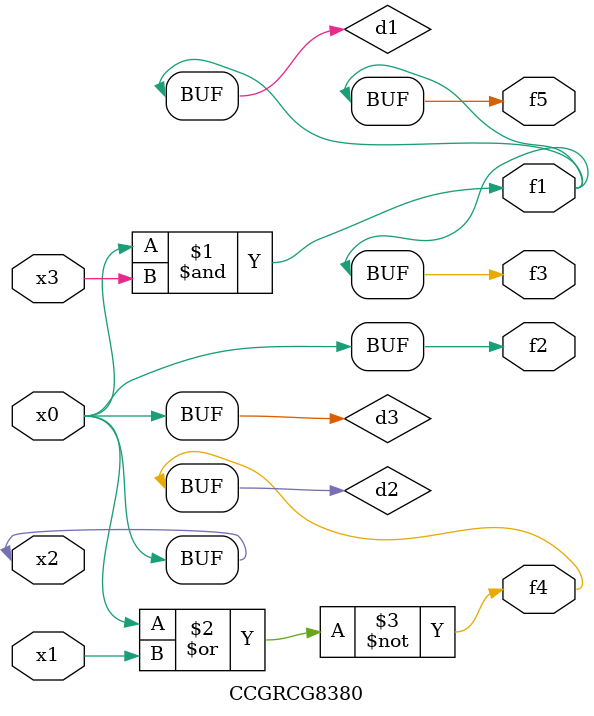
<source format=v>
module CCGRCG8380(
	input x0, x1, x2, x3,
	output f1, f2, f3, f4, f5
);

	wire d1, d2, d3;

	and (d1, x2, x3);
	nor (d2, x0, x1);
	buf (d3, x0, x2);
	assign f1 = d1;
	assign f2 = d3;
	assign f3 = d1;
	assign f4 = d2;
	assign f5 = d1;
endmodule

</source>
